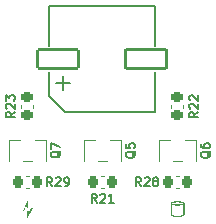
<source format=gto>
G04 #@! TF.GenerationSoftware,KiCad,Pcbnew,9.0.0*
G04 #@! TF.CreationDate,2025-04-06T21:13:16-04:00*
G04 #@! TF.ProjectId,MiniCamel_riser,4d696e69-4361-46d6-956c-5f7269736572,2.1*
G04 #@! TF.SameCoordinates,PX16e3600PY6052340*
G04 #@! TF.FileFunction,Legend,Top*
G04 #@! TF.FilePolarity,Positive*
%FSLAX46Y46*%
G04 Gerber Fmt 4.6, Leading zero omitted, Abs format (unit mm)*
G04 Created by KiCad (PCBNEW 9.0.0) date 2025-04-06 21:13:16*
%MOMM*%
%LPD*%
G01*
G04 APERTURE LIST*
G04 Aperture macros list*
%AMRoundRect*
0 Rectangle with rounded corners*
0 $1 Rounding radius*
0 $2 $3 $4 $5 $6 $7 $8 $9 X,Y pos of 4 corners*
0 Add a 4 corners polygon primitive as box body*
4,1,4,$2,$3,$4,$5,$6,$7,$8,$9,$2,$3,0*
0 Add four circle primitives for the rounded corners*
1,1,$1+$1,$2,$3*
1,1,$1+$1,$4,$5*
1,1,$1+$1,$6,$7*
1,1,$1+$1,$8,$9*
0 Add four rect primitives between the rounded corners*
20,1,$1+$1,$2,$3,$4,$5,0*
20,1,$1+$1,$4,$5,$6,$7,0*
20,1,$1+$1,$6,$7,$8,$9,0*
20,1,$1+$1,$8,$9,$2,$3,0*%
G04 Aperture macros list end*
%ADD10C,0.000000*%
%ADD11C,0.150000*%
%ADD12C,0.120000*%
%ADD13C,0.127000*%
%ADD14R,1.700000X1.700000*%
%ADD15O,1.700000X1.700000*%
%ADD16RoundRect,0.225000X0.225000X0.250000X-0.225000X0.250000X-0.225000X-0.250000X0.225000X-0.250000X0*%
%ADD17RoundRect,0.225000X-0.250000X0.225000X-0.250000X-0.225000X0.250000X-0.225000X0.250000X0.225000X0*%
%ADD18RoundRect,0.102000X-1.730000X0.800000X-1.730000X-0.800000X1.730000X-0.800000X1.730000X0.800000X0*%
%ADD19RoundRect,0.102000X-1.730000X0.805000X-1.730000X-0.805000X1.730000X-0.805000X1.730000X0.805000X0*%
%ADD20R,0.600000X1.200000*%
G04 APERTURE END LIST*
D10*
G36*
X56918264Y-4858427D02*
G01*
X56992226Y-4861501D01*
X57037544Y-4864596D01*
X57086496Y-4869064D01*
X57137638Y-4875153D01*
X57189526Y-4883114D01*
X57240717Y-4893195D01*
X57289766Y-4905647D01*
X57335229Y-4920718D01*
X57356166Y-4929315D01*
X57375665Y-4938660D01*
X57393545Y-4948784D01*
X57409627Y-4959720D01*
X57423730Y-4971498D01*
X57435674Y-4984149D01*
X57445277Y-4997705D01*
X57452361Y-5012197D01*
X57456743Y-5027656D01*
X57458244Y-5044113D01*
X57458244Y-6008783D01*
X57455578Y-6031515D01*
X57446385Y-6052778D01*
X57431097Y-6072573D01*
X57410152Y-6090901D01*
X57383985Y-6107761D01*
X57353030Y-6123154D01*
X57317724Y-6137079D01*
X57278501Y-6149538D01*
X57190046Y-6170054D01*
X57091150Y-6184703D01*
X56985294Y-6193487D01*
X56875962Y-6196406D01*
X56766636Y-6193462D01*
X56660799Y-6184656D01*
X56561933Y-6169990D01*
X56473522Y-6149463D01*
X56434326Y-6137003D01*
X56399048Y-6123078D01*
X56368126Y-6107689D01*
X56341994Y-6090836D01*
X56321088Y-6072518D01*
X56305843Y-6052737D01*
X56296694Y-6031492D01*
X56294077Y-6008783D01*
X56294077Y-6004815D01*
X56399910Y-6004815D01*
X56412773Y-6014934D01*
X56428894Y-6024407D01*
X56448055Y-6033231D01*
X56470041Y-6041408D01*
X56521617Y-6055814D01*
X56581890Y-6067620D01*
X56649125Y-6076822D01*
X56721588Y-6083415D01*
X56797547Y-6087393D01*
X56875267Y-6088754D01*
X56953015Y-6087491D01*
X57029058Y-6083601D01*
X57101661Y-6077078D01*
X57169091Y-6067918D01*
X57229615Y-6056116D01*
X57281498Y-6041668D01*
X57303658Y-6033450D01*
X57323008Y-6024569D01*
X57339331Y-6015024D01*
X57352410Y-6004815D01*
X57352410Y-5160265D01*
X57303370Y-5176868D01*
X57250114Y-5191258D01*
X57193247Y-5203434D01*
X57133373Y-5213396D01*
X57071093Y-5221145D01*
X57007013Y-5226679D01*
X56941735Y-5230000D01*
X56875863Y-5231107D01*
X56810000Y-5230000D01*
X56744750Y-5226679D01*
X56680716Y-5221145D01*
X56618502Y-5213396D01*
X56558711Y-5203434D01*
X56501946Y-5191258D01*
X56448811Y-5176868D01*
X56399910Y-5160265D01*
X56399910Y-6004815D01*
X56294077Y-6004815D01*
X56294077Y-5160265D01*
X56294077Y-5043054D01*
X56404937Y-5043054D01*
X56419349Y-5052666D01*
X56436660Y-5061658D01*
X56479205Y-5077781D01*
X56531030Y-5091423D01*
X56590592Y-5102586D01*
X56656350Y-5111267D01*
X56726760Y-5117468D01*
X56800279Y-5121189D01*
X56875366Y-5122429D01*
X56950478Y-5121189D01*
X57024073Y-5117468D01*
X57094607Y-5111267D01*
X57160538Y-5102586D01*
X57220323Y-5091423D01*
X57272421Y-5077781D01*
X57315289Y-5061658D01*
X57332779Y-5052666D01*
X57347383Y-5043054D01*
X57338553Y-5037018D01*
X57326690Y-5030680D01*
X57311854Y-5024136D01*
X57294107Y-5017481D01*
X57273508Y-5010810D01*
X57250119Y-5004219D01*
X57195215Y-4991659D01*
X57163821Y-4985880D01*
X57129880Y-4980562D01*
X57093453Y-4975801D01*
X57054601Y-4971691D01*
X57013385Y-4968329D01*
X56969866Y-4965809D01*
X56924104Y-4964228D01*
X56876160Y-4963679D01*
X56828217Y-4964228D01*
X56782455Y-4965809D01*
X56738936Y-4968329D01*
X56697720Y-4971691D01*
X56658868Y-4975801D01*
X56622441Y-4980562D01*
X56588500Y-4985880D01*
X56557106Y-4991659D01*
X56528319Y-4997804D01*
X56502201Y-5004219D01*
X56478812Y-5010810D01*
X56458214Y-5017481D01*
X56440466Y-5024136D01*
X56425630Y-5030680D01*
X56413767Y-5037018D01*
X56404937Y-5043054D01*
X56294077Y-5043054D01*
X56295578Y-5026694D01*
X56299960Y-5011325D01*
X56307043Y-4996918D01*
X56316647Y-4983440D01*
X56328590Y-4970862D01*
X56342693Y-4959152D01*
X56358775Y-4948280D01*
X56376656Y-4938213D01*
X56396155Y-4928922D01*
X56417091Y-4920374D01*
X56462555Y-4905388D01*
X56511604Y-4893007D01*
X56562794Y-4882981D01*
X56614682Y-4875065D01*
X56665824Y-4869008D01*
X56760095Y-4861484D01*
X56834057Y-4858425D01*
X56876160Y-4857846D01*
X56918264Y-4858427D01*
G37*
G36*
X44201750Y-5411250D02*
G01*
X44602372Y-5411250D01*
X44138250Y-6339493D01*
X44138250Y-5728750D01*
X43737629Y-5728750D01*
X43769379Y-5665250D01*
X43840372Y-5665250D01*
X44201750Y-5665250D01*
X44201750Y-6070507D01*
X44499629Y-5474750D01*
X44138250Y-5474750D01*
X44138250Y-5069493D01*
X43840372Y-5665250D01*
X43769379Y-5665250D01*
X44201750Y-4800507D01*
X44201750Y-5411250D01*
G37*
D11*
X46265826Y-3581007D02*
X46015826Y-3223864D01*
X45837255Y-3581007D02*
X45837255Y-2831007D01*
X45837255Y-2831007D02*
X46122969Y-2831007D01*
X46122969Y-2831007D02*
X46194398Y-2866721D01*
X46194398Y-2866721D02*
X46230112Y-2902435D01*
X46230112Y-2902435D02*
X46265826Y-2973864D01*
X46265826Y-2973864D02*
X46265826Y-3081007D01*
X46265826Y-3081007D02*
X46230112Y-3152435D01*
X46230112Y-3152435D02*
X46194398Y-3188150D01*
X46194398Y-3188150D02*
X46122969Y-3223864D01*
X46122969Y-3223864D02*
X45837255Y-3223864D01*
X46551541Y-2902435D02*
X46587255Y-2866721D01*
X46587255Y-2866721D02*
X46658684Y-2831007D01*
X46658684Y-2831007D02*
X46837255Y-2831007D01*
X46837255Y-2831007D02*
X46908684Y-2866721D01*
X46908684Y-2866721D02*
X46944398Y-2902435D01*
X46944398Y-2902435D02*
X46980112Y-2973864D01*
X46980112Y-2973864D02*
X46980112Y-3045293D01*
X46980112Y-3045293D02*
X46944398Y-3152435D01*
X46944398Y-3152435D02*
X46515826Y-3581007D01*
X46515826Y-3581007D02*
X46980112Y-3581007D01*
X47337255Y-3581007D02*
X47480112Y-3581007D01*
X47480112Y-3581007D02*
X47551541Y-3545293D01*
X47551541Y-3545293D02*
X47587255Y-3509578D01*
X47587255Y-3509578D02*
X47658684Y-3402435D01*
X47658684Y-3402435D02*
X47694398Y-3259578D01*
X47694398Y-3259578D02*
X47694398Y-2973864D01*
X47694398Y-2973864D02*
X47658684Y-2902435D01*
X47658684Y-2902435D02*
X47622970Y-2866721D01*
X47622970Y-2866721D02*
X47551541Y-2831007D01*
X47551541Y-2831007D02*
X47408684Y-2831007D01*
X47408684Y-2831007D02*
X47337255Y-2866721D01*
X47337255Y-2866721D02*
X47301541Y-2902435D01*
X47301541Y-2902435D02*
X47265827Y-2973864D01*
X47265827Y-2973864D02*
X47265827Y-3152435D01*
X47265827Y-3152435D02*
X47301541Y-3223864D01*
X47301541Y-3223864D02*
X47337255Y-3259578D01*
X47337255Y-3259578D02*
X47408684Y-3295293D01*
X47408684Y-3295293D02*
X47551541Y-3295293D01*
X47551541Y-3295293D02*
X47622970Y-3259578D01*
X47622970Y-3259578D02*
X47658684Y-3223864D01*
X47658684Y-3223864D02*
X47694398Y-3152435D01*
X43099164Y2692857D02*
X42742021Y2442857D01*
X43099164Y2264286D02*
X42349164Y2264286D01*
X42349164Y2264286D02*
X42349164Y2550000D01*
X42349164Y2550000D02*
X42384878Y2621429D01*
X42384878Y2621429D02*
X42420592Y2657143D01*
X42420592Y2657143D02*
X42492021Y2692857D01*
X42492021Y2692857D02*
X42599164Y2692857D01*
X42599164Y2692857D02*
X42670592Y2657143D01*
X42670592Y2657143D02*
X42706307Y2621429D01*
X42706307Y2621429D02*
X42742021Y2550000D01*
X42742021Y2550000D02*
X42742021Y2264286D01*
X42420592Y2978572D02*
X42384878Y3014286D01*
X42384878Y3014286D02*
X42349164Y3085714D01*
X42349164Y3085714D02*
X42349164Y3264286D01*
X42349164Y3264286D02*
X42384878Y3335714D01*
X42384878Y3335714D02*
X42420592Y3371429D01*
X42420592Y3371429D02*
X42492021Y3407143D01*
X42492021Y3407143D02*
X42563450Y3407143D01*
X42563450Y3407143D02*
X42670592Y3371429D01*
X42670592Y3371429D02*
X43099164Y2942857D01*
X43099164Y2942857D02*
X43099164Y3407143D01*
X42349164Y3657143D02*
X42349164Y4121429D01*
X42349164Y4121429D02*
X42634878Y3871429D01*
X42634878Y3871429D02*
X42634878Y3978572D01*
X42634878Y3978572D02*
X42670592Y4050000D01*
X42670592Y4050000D02*
X42706307Y4085715D01*
X42706307Y4085715D02*
X42777735Y4121429D01*
X42777735Y4121429D02*
X42956307Y4121429D01*
X42956307Y4121429D02*
X43027735Y4085715D01*
X43027735Y4085715D02*
X43063450Y4050000D01*
X43063450Y4050000D02*
X43099164Y3978572D01*
X43099164Y3978572D02*
X43099164Y3764286D01*
X43099164Y3764286D02*
X43063450Y3692858D01*
X43063450Y3692858D02*
X43027735Y3657143D01*
X53789886Y-3581007D02*
X53539886Y-3223864D01*
X53361315Y-3581007D02*
X53361315Y-2831007D01*
X53361315Y-2831007D02*
X53647029Y-2831007D01*
X53647029Y-2831007D02*
X53718458Y-2866721D01*
X53718458Y-2866721D02*
X53754172Y-2902435D01*
X53754172Y-2902435D02*
X53789886Y-2973864D01*
X53789886Y-2973864D02*
X53789886Y-3081007D01*
X53789886Y-3081007D02*
X53754172Y-3152435D01*
X53754172Y-3152435D02*
X53718458Y-3188150D01*
X53718458Y-3188150D02*
X53647029Y-3223864D01*
X53647029Y-3223864D02*
X53361315Y-3223864D01*
X54075601Y-2902435D02*
X54111315Y-2866721D01*
X54111315Y-2866721D02*
X54182744Y-2831007D01*
X54182744Y-2831007D02*
X54361315Y-2831007D01*
X54361315Y-2831007D02*
X54432744Y-2866721D01*
X54432744Y-2866721D02*
X54468458Y-2902435D01*
X54468458Y-2902435D02*
X54504172Y-2973864D01*
X54504172Y-2973864D02*
X54504172Y-3045293D01*
X54504172Y-3045293D02*
X54468458Y-3152435D01*
X54468458Y-3152435D02*
X54039886Y-3581007D01*
X54039886Y-3581007D02*
X54504172Y-3581007D01*
X54932744Y-3152435D02*
X54861315Y-3116721D01*
X54861315Y-3116721D02*
X54825601Y-3081007D01*
X54825601Y-3081007D02*
X54789887Y-3009578D01*
X54789887Y-3009578D02*
X54789887Y-2973864D01*
X54789887Y-2973864D02*
X54825601Y-2902435D01*
X54825601Y-2902435D02*
X54861315Y-2866721D01*
X54861315Y-2866721D02*
X54932744Y-2831007D01*
X54932744Y-2831007D02*
X55075601Y-2831007D01*
X55075601Y-2831007D02*
X55147030Y-2866721D01*
X55147030Y-2866721D02*
X55182744Y-2902435D01*
X55182744Y-2902435D02*
X55218458Y-2973864D01*
X55218458Y-2973864D02*
X55218458Y-3009578D01*
X55218458Y-3009578D02*
X55182744Y-3081007D01*
X55182744Y-3081007D02*
X55147030Y-3116721D01*
X55147030Y-3116721D02*
X55075601Y-3152435D01*
X55075601Y-3152435D02*
X54932744Y-3152435D01*
X54932744Y-3152435D02*
X54861315Y-3188150D01*
X54861315Y-3188150D02*
X54825601Y-3223864D01*
X54825601Y-3223864D02*
X54789887Y-3295293D01*
X54789887Y-3295293D02*
X54789887Y-3438150D01*
X54789887Y-3438150D02*
X54825601Y-3509578D01*
X54825601Y-3509578D02*
X54861315Y-3545293D01*
X54861315Y-3545293D02*
X54932744Y-3581007D01*
X54932744Y-3581007D02*
X55075601Y-3581007D01*
X55075601Y-3581007D02*
X55147030Y-3545293D01*
X55147030Y-3545293D02*
X55182744Y-3509578D01*
X55182744Y-3509578D02*
X55218458Y-3438150D01*
X55218458Y-3438150D02*
X55218458Y-3295293D01*
X55218458Y-3295293D02*
X55182744Y-3223864D01*
X55182744Y-3223864D02*
X55147030Y-3188150D01*
X55147030Y-3188150D02*
X55075601Y-3152435D01*
X58599164Y2692857D02*
X58242021Y2442857D01*
X58599164Y2264286D02*
X57849164Y2264286D01*
X57849164Y2264286D02*
X57849164Y2550000D01*
X57849164Y2550000D02*
X57884878Y2621429D01*
X57884878Y2621429D02*
X57920592Y2657143D01*
X57920592Y2657143D02*
X57992021Y2692857D01*
X57992021Y2692857D02*
X58099164Y2692857D01*
X58099164Y2692857D02*
X58170592Y2657143D01*
X58170592Y2657143D02*
X58206307Y2621429D01*
X58206307Y2621429D02*
X58242021Y2550000D01*
X58242021Y2550000D02*
X58242021Y2264286D01*
X57920592Y2978572D02*
X57884878Y3014286D01*
X57884878Y3014286D02*
X57849164Y3085714D01*
X57849164Y3085714D02*
X57849164Y3264286D01*
X57849164Y3264286D02*
X57884878Y3335714D01*
X57884878Y3335714D02*
X57920592Y3371429D01*
X57920592Y3371429D02*
X57992021Y3407143D01*
X57992021Y3407143D02*
X58063450Y3407143D01*
X58063450Y3407143D02*
X58170592Y3371429D01*
X58170592Y3371429D02*
X58599164Y2942857D01*
X58599164Y2942857D02*
X58599164Y3407143D01*
X57920592Y3692858D02*
X57884878Y3728572D01*
X57884878Y3728572D02*
X57849164Y3800000D01*
X57849164Y3800000D02*
X57849164Y3978572D01*
X57849164Y3978572D02*
X57884878Y4050000D01*
X57884878Y4050000D02*
X57920592Y4085715D01*
X57920592Y4085715D02*
X57992021Y4121429D01*
X57992021Y4121429D02*
X58063450Y4121429D01*
X58063450Y4121429D02*
X58170592Y4085715D01*
X58170592Y4085715D02*
X58599164Y3657143D01*
X58599164Y3657143D02*
X58599164Y4121429D01*
X50027856Y-4981007D02*
X49777856Y-4623864D01*
X49599285Y-4981007D02*
X49599285Y-4231007D01*
X49599285Y-4231007D02*
X49884999Y-4231007D01*
X49884999Y-4231007D02*
X49956428Y-4266721D01*
X49956428Y-4266721D02*
X49992142Y-4302435D01*
X49992142Y-4302435D02*
X50027856Y-4373864D01*
X50027856Y-4373864D02*
X50027856Y-4481007D01*
X50027856Y-4481007D02*
X49992142Y-4552435D01*
X49992142Y-4552435D02*
X49956428Y-4588150D01*
X49956428Y-4588150D02*
X49884999Y-4623864D01*
X49884999Y-4623864D02*
X49599285Y-4623864D01*
X50313571Y-4302435D02*
X50349285Y-4266721D01*
X50349285Y-4266721D02*
X50420714Y-4231007D01*
X50420714Y-4231007D02*
X50599285Y-4231007D01*
X50599285Y-4231007D02*
X50670714Y-4266721D01*
X50670714Y-4266721D02*
X50706428Y-4302435D01*
X50706428Y-4302435D02*
X50742142Y-4373864D01*
X50742142Y-4373864D02*
X50742142Y-4445293D01*
X50742142Y-4445293D02*
X50706428Y-4552435D01*
X50706428Y-4552435D02*
X50277856Y-4981007D01*
X50277856Y-4981007D02*
X50742142Y-4981007D01*
X51456428Y-4981007D02*
X51027857Y-4981007D01*
X51242142Y-4981007D02*
X51242142Y-4231007D01*
X51242142Y-4231007D02*
X51170714Y-4338150D01*
X51170714Y-4338150D02*
X51099285Y-4409578D01*
X51099285Y-4409578D02*
X51027857Y-4445293D01*
X53320592Y-631428D02*
X53284878Y-702857D01*
X53284878Y-702857D02*
X53213450Y-774285D01*
X53213450Y-774285D02*
X53106307Y-881428D01*
X53106307Y-881428D02*
X53070592Y-952857D01*
X53070592Y-952857D02*
X53070592Y-1024285D01*
X53249164Y-988571D02*
X53213450Y-1060000D01*
X53213450Y-1060000D02*
X53142021Y-1131428D01*
X53142021Y-1131428D02*
X52999164Y-1167142D01*
X52999164Y-1167142D02*
X52749164Y-1167142D01*
X52749164Y-1167142D02*
X52606307Y-1131428D01*
X52606307Y-1131428D02*
X52534878Y-1060000D01*
X52534878Y-1060000D02*
X52499164Y-988571D01*
X52499164Y-988571D02*
X52499164Y-845714D01*
X52499164Y-845714D02*
X52534878Y-774285D01*
X52534878Y-774285D02*
X52606307Y-702857D01*
X52606307Y-702857D02*
X52749164Y-667142D01*
X52749164Y-667142D02*
X52999164Y-667142D01*
X52999164Y-667142D02*
X53142021Y-702857D01*
X53142021Y-702857D02*
X53213450Y-774285D01*
X53213450Y-774285D02*
X53249164Y-845714D01*
X53249164Y-845714D02*
X53249164Y-988571D01*
X52499164Y11429D02*
X52499164Y-345714D01*
X52499164Y-345714D02*
X52856307Y-381428D01*
X52856307Y-381428D02*
X52820592Y-345714D01*
X52820592Y-345714D02*
X52784878Y-274286D01*
X52784878Y-274286D02*
X52784878Y-95714D01*
X52784878Y-95714D02*
X52820592Y-24286D01*
X52820592Y-24286D02*
X52856307Y11429D01*
X52856307Y11429D02*
X52927735Y47143D01*
X52927735Y47143D02*
X53106307Y47143D01*
X53106307Y47143D02*
X53177735Y11429D01*
X53177735Y11429D02*
X53213450Y-24286D01*
X53213450Y-24286D02*
X53249164Y-95714D01*
X53249164Y-95714D02*
X53249164Y-274286D01*
X53249164Y-274286D02*
X53213450Y-345714D01*
X53213450Y-345714D02*
X53177735Y-381428D01*
X46970592Y-624260D02*
X46934878Y-695689D01*
X46934878Y-695689D02*
X46863450Y-767117D01*
X46863450Y-767117D02*
X46756307Y-874260D01*
X46756307Y-874260D02*
X46720592Y-945689D01*
X46720592Y-945689D02*
X46720592Y-1017117D01*
X46899164Y-981403D02*
X46863450Y-1052832D01*
X46863450Y-1052832D02*
X46792021Y-1124260D01*
X46792021Y-1124260D02*
X46649164Y-1159974D01*
X46649164Y-1159974D02*
X46399164Y-1159974D01*
X46399164Y-1159974D02*
X46256307Y-1124260D01*
X46256307Y-1124260D02*
X46184878Y-1052832D01*
X46184878Y-1052832D02*
X46149164Y-981403D01*
X46149164Y-981403D02*
X46149164Y-838546D01*
X46149164Y-838546D02*
X46184878Y-767117D01*
X46184878Y-767117D02*
X46256307Y-695689D01*
X46256307Y-695689D02*
X46399164Y-659974D01*
X46399164Y-659974D02*
X46649164Y-659974D01*
X46649164Y-659974D02*
X46792021Y-695689D01*
X46792021Y-695689D02*
X46863450Y-767117D01*
X46863450Y-767117D02*
X46899164Y-838546D01*
X46899164Y-838546D02*
X46899164Y-981403D01*
X46149164Y-409975D02*
X46149164Y90025D01*
X46149164Y90025D02*
X46899164Y-231403D01*
X59670592Y-638596D02*
X59634878Y-710025D01*
X59634878Y-710025D02*
X59563450Y-781453D01*
X59563450Y-781453D02*
X59456307Y-888596D01*
X59456307Y-888596D02*
X59420592Y-960025D01*
X59420592Y-960025D02*
X59420592Y-1031453D01*
X59599164Y-995739D02*
X59563450Y-1067168D01*
X59563450Y-1067168D02*
X59492021Y-1138596D01*
X59492021Y-1138596D02*
X59349164Y-1174310D01*
X59349164Y-1174310D02*
X59099164Y-1174310D01*
X59099164Y-1174310D02*
X58956307Y-1138596D01*
X58956307Y-1138596D02*
X58884878Y-1067168D01*
X58884878Y-1067168D02*
X58849164Y-995739D01*
X58849164Y-995739D02*
X58849164Y-852882D01*
X58849164Y-852882D02*
X58884878Y-781453D01*
X58884878Y-781453D02*
X58956307Y-710025D01*
X58956307Y-710025D02*
X59099164Y-674310D01*
X59099164Y-674310D02*
X59349164Y-674310D01*
X59349164Y-674310D02*
X59492021Y-710025D01*
X59492021Y-710025D02*
X59563450Y-781453D01*
X59563450Y-781453D02*
X59599164Y-852882D01*
X59599164Y-852882D02*
X59599164Y-995739D01*
X58849164Y-31454D02*
X58849164Y-174311D01*
X58849164Y-174311D02*
X58884878Y-245739D01*
X58884878Y-245739D02*
X58920592Y-281454D01*
X58920592Y-281454D02*
X59027735Y-352882D01*
X59027735Y-352882D02*
X59170592Y-388596D01*
X59170592Y-388596D02*
X59456307Y-388596D01*
X59456307Y-388596D02*
X59527735Y-352882D01*
X59527735Y-352882D02*
X59563450Y-317168D01*
X59563450Y-317168D02*
X59599164Y-245739D01*
X59599164Y-245739D02*
X59599164Y-102882D01*
X59599164Y-102882D02*
X59563450Y-31454D01*
X59563450Y-31454D02*
X59527735Y4261D01*
X59527735Y4261D02*
X59456307Y39975D01*
X59456307Y39975D02*
X59277735Y39975D01*
X59277735Y39975D02*
X59206307Y4261D01*
X59206307Y4261D02*
X59170592Y-31454D01*
X59170592Y-31454D02*
X59134878Y-102882D01*
X59134878Y-102882D02*
X59134878Y-245739D01*
X59134878Y-245739D02*
X59170592Y-317168D01*
X59170592Y-317168D02*
X59206307Y-352882D01*
X59206307Y-352882D02*
X59277735Y-388596D01*
D12*
X44300580Y-2731843D02*
X44019420Y-2731843D01*
X44300580Y-3751843D02*
X44019420Y-3751843D01*
X43650000Y3315580D02*
X43650000Y3034420D01*
X44670000Y3315580D02*
X44670000Y3034420D01*
D13*
X45943511Y11660000D02*
X54943511Y11660000D01*
X45943511Y8280000D02*
X45943511Y11660000D01*
X45943511Y4060000D02*
X45943511Y6040000D01*
X45943511Y4060000D02*
X47343511Y2660000D01*
X47193511Y5760000D02*
X47193511Y4560000D01*
X47793511Y5160000D02*
X46593511Y5160000D01*
X54943511Y11660000D02*
X54943511Y8280000D01*
X54943511Y6040000D02*
X54943511Y2660000D01*
X54943511Y2660000D02*
X47343511Y2660000D01*
D12*
X57000580Y-2731843D02*
X56719420Y-2731843D01*
X57000580Y-3751843D02*
X56719420Y-3751843D01*
X56350000Y3315580D02*
X56350000Y3034420D01*
X57370000Y3315580D02*
X57370000Y3034420D01*
X50650580Y-2731843D02*
X50369420Y-2731843D01*
X50650580Y-3751843D02*
X50369420Y-3751843D01*
X48960000Y-1460000D02*
X48960000Y340000D01*
X49910000Y340000D02*
X48960000Y340000D01*
X50910000Y-1460000D02*
X50110000Y-1460000D01*
X52060000Y340000D02*
X51110000Y340000D01*
X52060000Y340000D02*
X52060000Y-1460000D01*
X42610000Y-1452832D02*
X42610000Y347168D01*
X43560000Y347168D02*
X42610000Y347168D01*
X44560000Y-1452832D02*
X43760000Y-1452832D01*
X45710000Y347168D02*
X44760000Y347168D01*
X45710000Y347168D02*
X45710000Y-1452832D01*
X55310000Y-1467168D02*
X55310000Y332832D01*
X56260000Y332832D02*
X55310000Y332832D01*
X57260000Y-1467168D02*
X56460000Y-1467168D01*
X58410000Y332832D02*
X57460000Y332832D01*
X58410000Y332832D02*
X58410000Y-1467168D01*
%LPC*%
D14*
X38790000Y12360000D03*
D15*
X38790000Y9820000D03*
X38790000Y7280000D03*
X38790000Y4740000D03*
X38790000Y2200000D03*
X38790000Y-340000D03*
X38790000Y-2880000D03*
X38790000Y-5420000D03*
D14*
X62250000Y12360000D03*
D15*
X62250000Y9820000D03*
X62250000Y7280000D03*
X62250000Y4740000D03*
X62250000Y2200000D03*
X62250000Y-340000D03*
X62250000Y-2880000D03*
X62250000Y-5420000D03*
D16*
X44935000Y-3241843D03*
X43385000Y-3241843D03*
D17*
X44160000Y3950000D03*
X44160000Y2400000D03*
D18*
X46713511Y7160000D03*
D19*
X54173511Y7165000D03*
D16*
X57635000Y-3241843D03*
X56085000Y-3241843D03*
D17*
X56860000Y3950000D03*
X56860000Y2400000D03*
D16*
X51285000Y-3241843D03*
X49735000Y-3241843D03*
D20*
X49560000Y-1660000D03*
X51460000Y-1660000D03*
X50510000Y540000D03*
X43210000Y-1652832D03*
X45110000Y-1652832D03*
X44160000Y547168D03*
X55910000Y-1667168D03*
X57810000Y-1667168D03*
X56860000Y532832D03*
%LPD*%
M02*

</source>
